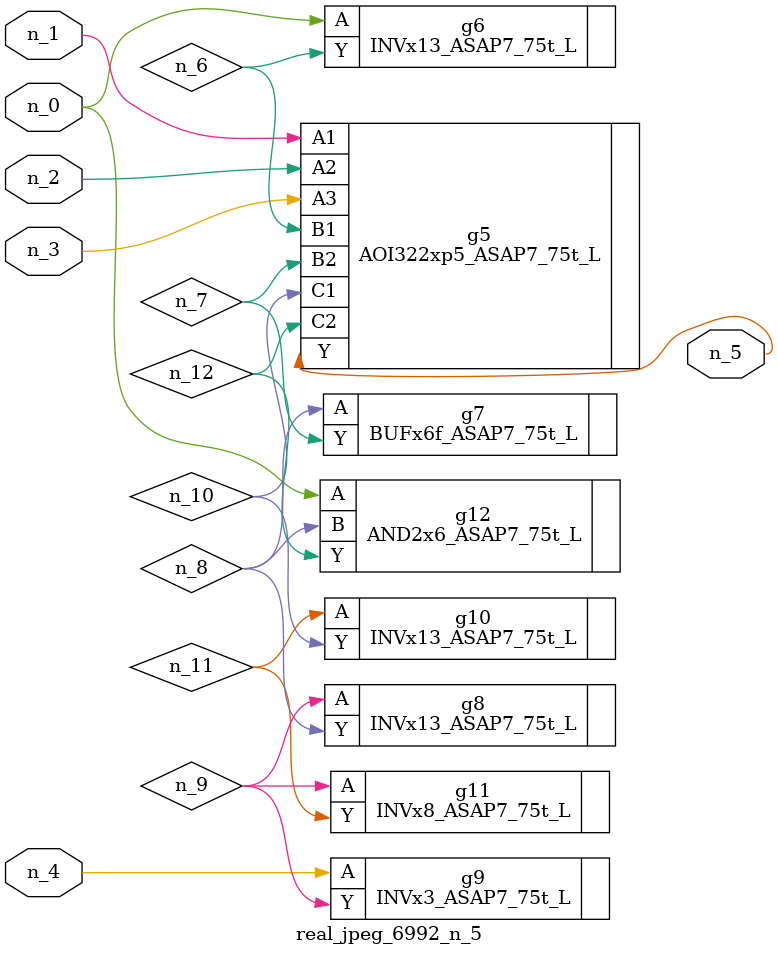
<source format=v>
module real_jpeg_6992_n_5 (n_4, n_0, n_1, n_2, n_3, n_5);

input n_4;
input n_0;
input n_1;
input n_2;
input n_3;

output n_5;

wire n_12;
wire n_8;
wire n_11;
wire n_6;
wire n_7;
wire n_10;
wire n_9;

INVx13_ASAP7_75t_L g6 ( 
.A(n_0),
.Y(n_6)
);

AND2x6_ASAP7_75t_L g12 ( 
.A(n_0),
.B(n_8),
.Y(n_12)
);

AOI322xp5_ASAP7_75t_L g5 ( 
.A1(n_1),
.A2(n_2),
.A3(n_3),
.B1(n_6),
.B2(n_7),
.C1(n_10),
.C2(n_12),
.Y(n_5)
);

INVx3_ASAP7_75t_L g9 ( 
.A(n_4),
.Y(n_9)
);

BUFx6f_ASAP7_75t_L g7 ( 
.A(n_8),
.Y(n_7)
);

INVx13_ASAP7_75t_L g8 ( 
.A(n_9),
.Y(n_8)
);

INVx8_ASAP7_75t_L g11 ( 
.A(n_9),
.Y(n_11)
);

INVx13_ASAP7_75t_L g10 ( 
.A(n_11),
.Y(n_10)
);


endmodule
</source>
